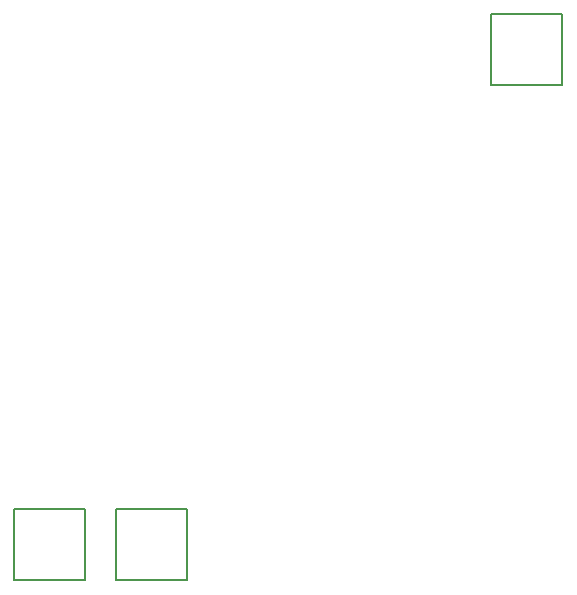
<source format=gbr>
%TF.GenerationSoftware,Altium Limited,Altium Designer,19.1.8 (144)*%
G04 Layer_Color=32896*
%FSLAX23Y23*%
%MOIN*%
%TF.FileFunction,Other,Mechanical_4*%
%TF.Part,Single*%
G01*
G75*
%TA.AperFunction,NonConductor*%
%ADD65C,0.005*%
D65*
X687Y32D02*
X923D01*
Y268D01*
X687D02*
X923D01*
X687Y32D02*
Y268D01*
Y32D02*
X923D01*
Y268D01*
X687D02*
X923D01*
X687Y32D02*
Y268D01*
X347Y32D02*
X583D01*
Y268D01*
X347D02*
X583D01*
X347Y32D02*
Y268D01*
Y32D02*
X583D01*
Y268D01*
X347D02*
X583D01*
X347Y32D02*
Y268D01*
X1937Y1682D02*
X2173D01*
Y1918D01*
X1937D02*
X2173D01*
X1937Y1682D02*
Y1918D01*
Y1682D02*
X2173D01*
Y1918D01*
X1937D02*
X2173D01*
X1937Y1682D02*
Y1918D01*
%TF.MD5,54b08e5fb666ddc7a5d59513b946ba05*%
M02*

</source>
